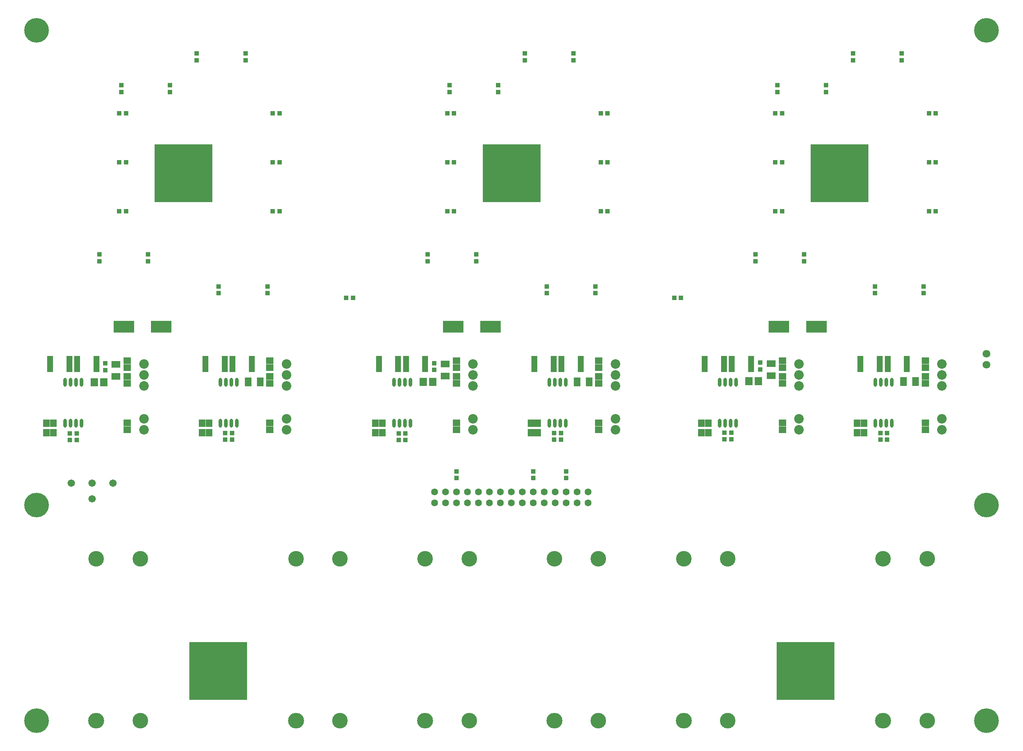
<source format=gts>
G04*
G04 #@! TF.GenerationSoftware,Altium Limited,Altium Designer,18.1.11 (251)*
G04*
G04 Layer_Color=8388736*
%FSLAX25Y25*%
%MOIN*%
G70*
G01*
G75*
%ADD26O,0.03162X0.08083*%
%ADD27R,0.04343X0.04147*%
%ADD28R,0.18910X0.11036*%
%ADD29R,0.05918X0.06509*%
%ADD30R,0.06509X0.05918*%
%ADD31R,0.05918X0.07887*%
%ADD32R,0.05328X0.14973*%
%ADD33R,0.07099X0.07493*%
%ADD34R,0.07887X0.05918*%
%ADD35R,0.04147X0.04343*%
%ADD36C,0.06312*%
%ADD37C,0.14186*%
%ADD38O,0.14580X0.14186*%
%ADD39C,0.07099*%
%ADD40C,0.08674*%
%ADD41R,0.12611X0.12611*%
%ADD42C,0.22453*%
%ADD43C,0.06706*%
D26*
X784669Y291283D02*
D03*
X789669D02*
D03*
X794669D02*
D03*
X799669D02*
D03*
X784669Y328488D02*
D03*
X789669D02*
D03*
X794669D02*
D03*
X799669D02*
D03*
X642641Y291283D02*
D03*
X647641D02*
D03*
X652641D02*
D03*
X657641D02*
D03*
X642641Y328488D02*
D03*
X647641D02*
D03*
X652641D02*
D03*
X657641D02*
D03*
X487186Y291283D02*
D03*
X492186D02*
D03*
X497186D02*
D03*
X502186D02*
D03*
X487186Y328488D02*
D03*
X492186D02*
D03*
X497186D02*
D03*
X502186D02*
D03*
X345453Y291283D02*
D03*
X350453D02*
D03*
X355453D02*
D03*
X360453D02*
D03*
X345453Y328488D02*
D03*
X350453D02*
D03*
X355453D02*
D03*
X360453D02*
D03*
X187284Y291283D02*
D03*
X192283D02*
D03*
X197283D02*
D03*
X202284D02*
D03*
X187284Y328488D02*
D03*
X192283D02*
D03*
X197283D02*
D03*
X202284D02*
D03*
X45493Y291283D02*
D03*
X50493D02*
D03*
X55493D02*
D03*
X60493D02*
D03*
X45493Y328488D02*
D03*
X50493D02*
D03*
X55493D02*
D03*
X60493D02*
D03*
D27*
X502638Y247146D02*
D03*
Y241043D02*
D03*
X472638Y247146D02*
D03*
Y241043D02*
D03*
X402638Y247146D02*
D03*
Y241043D02*
D03*
X795259Y282256D02*
D03*
Y276154D02*
D03*
X789078Y282256D02*
D03*
Y276154D02*
D03*
X679435Y340273D02*
D03*
Y346376D02*
D03*
X653232Y282523D02*
D03*
Y276421D02*
D03*
X647051Y282523D02*
D03*
Y276421D02*
D03*
X497776Y282256D02*
D03*
Y276154D02*
D03*
X491595Y282256D02*
D03*
Y276154D02*
D03*
X382304Y339683D02*
D03*
Y345785D02*
D03*
X356044Y281933D02*
D03*
Y275831D02*
D03*
X349863Y281933D02*
D03*
Y275831D02*
D03*
X197874Y282256D02*
D03*
Y276154D02*
D03*
X191693Y282256D02*
D03*
Y276154D02*
D03*
X56083Y281835D02*
D03*
Y275732D02*
D03*
X49902Y281835D02*
D03*
Y275732D02*
D03*
X82185Y339584D02*
D03*
Y345687D02*
D03*
X828543Y409830D02*
D03*
Y415933D02*
D03*
X784154Y409830D02*
D03*
Y415933D02*
D03*
X719737Y438918D02*
D03*
Y445020D02*
D03*
X675315Y438918D02*
D03*
Y445020D02*
D03*
X695315Y599351D02*
D03*
Y593248D02*
D03*
X739737Y599351D02*
D03*
Y593248D02*
D03*
X808563Y628359D02*
D03*
Y622256D02*
D03*
X764173Y628359D02*
D03*
Y622256D02*
D03*
X529331Y409830D02*
D03*
Y415933D02*
D03*
X484941Y409830D02*
D03*
Y415933D02*
D03*
X420524Y438918D02*
D03*
Y445020D02*
D03*
X376102Y438918D02*
D03*
Y445020D02*
D03*
X509350Y628359D02*
D03*
Y622256D02*
D03*
X464961Y628359D02*
D03*
Y622256D02*
D03*
X440524Y599351D02*
D03*
Y593248D02*
D03*
X396102Y599351D02*
D03*
Y593248D02*
D03*
X230118Y415933D02*
D03*
Y409830D02*
D03*
X185728Y415933D02*
D03*
Y409830D02*
D03*
X121273Y445020D02*
D03*
Y438918D02*
D03*
X76850Y445020D02*
D03*
Y438918D02*
D03*
X96850Y593248D02*
D03*
Y599351D02*
D03*
X141273Y593248D02*
D03*
Y599351D02*
D03*
X210138Y622256D02*
D03*
Y628359D02*
D03*
X165650Y622256D02*
D03*
Y628359D02*
D03*
D28*
X133287Y379095D02*
D03*
X99232D02*
D03*
X433504D02*
D03*
X399449D02*
D03*
X730775D02*
D03*
X696720D02*
D03*
D29*
X767917Y282622D02*
D03*
X774216D02*
D03*
X767917Y291283D02*
D03*
X774216D02*
D03*
X625889Y282622D02*
D03*
X632189D02*
D03*
X625889Y291283D02*
D03*
X632189D02*
D03*
X470434Y282622D02*
D03*
X476733D02*
D03*
X470434Y291283D02*
D03*
X476733D02*
D03*
X328701Y282622D02*
D03*
X335001D02*
D03*
X328701Y291283D02*
D03*
X335001D02*
D03*
X170531Y282622D02*
D03*
X176831D02*
D03*
X170531Y291283D02*
D03*
X176831D02*
D03*
X28741Y282622D02*
D03*
X35040D02*
D03*
X28741Y291283D02*
D03*
X35040D02*
D03*
D30*
X830102Y291386D02*
D03*
Y285086D02*
D03*
Y327575D02*
D03*
Y333874D02*
D03*
Y341972D02*
D03*
Y348271D02*
D03*
X699748Y341972D02*
D03*
Y348271D02*
D03*
Y327575D02*
D03*
Y333874D02*
D03*
Y291386D02*
D03*
Y285086D02*
D03*
X532206Y291386D02*
D03*
Y285086D02*
D03*
Y327575D02*
D03*
Y333874D02*
D03*
Y341972D02*
D03*
Y348271D02*
D03*
X402519Y327575D02*
D03*
Y333874D02*
D03*
Y341972D02*
D03*
Y348271D02*
D03*
Y291386D02*
D03*
Y285086D02*
D03*
X232363Y327575D02*
D03*
Y333874D02*
D03*
Y341972D02*
D03*
Y348271D02*
D03*
Y291386D02*
D03*
Y285086D02*
D03*
X102303Y291386D02*
D03*
Y285086D02*
D03*
Y327575D02*
D03*
Y333874D02*
D03*
Y341972D02*
D03*
Y348271D02*
D03*
D31*
X810137Y329007D02*
D03*
X821161D02*
D03*
X512598Y328909D02*
D03*
X523622D02*
D03*
X212697Y328909D02*
D03*
X223720D02*
D03*
D32*
X813271Y344998D02*
D03*
X795751D02*
D03*
X788586D02*
D03*
X771066D02*
D03*
X671244D02*
D03*
X653724D02*
D03*
X646559D02*
D03*
X629039D02*
D03*
X515788D02*
D03*
X498268D02*
D03*
X491103D02*
D03*
X473583D02*
D03*
X374056D02*
D03*
X356536D02*
D03*
X349371D02*
D03*
X331851D02*
D03*
X215886D02*
D03*
X198366D02*
D03*
X191201D02*
D03*
X173681D02*
D03*
X49410D02*
D03*
X31890D02*
D03*
X74095D02*
D03*
X56575D02*
D03*
D33*
X669396Y329319D02*
D03*
X678057D02*
D03*
X372265Y328728D02*
D03*
X380926D02*
D03*
X72146Y328488D02*
D03*
X80807D02*
D03*
D34*
X689513Y345592D02*
D03*
Y334568D02*
D03*
X392284Y345057D02*
D03*
Y334034D02*
D03*
X92067Y344801D02*
D03*
Y333777D02*
D03*
D35*
X693405Y484488D02*
D03*
X699508D02*
D03*
X693405Y529134D02*
D03*
X699508D02*
D03*
X693405Y573780D02*
D03*
X699508D02*
D03*
X394193Y484488D02*
D03*
X400295D02*
D03*
X394193Y529134D02*
D03*
X400295D02*
D03*
X394193Y573780D02*
D03*
X400295D02*
D03*
X101083Y484488D02*
D03*
X94980D02*
D03*
X101083Y529134D02*
D03*
X94980D02*
D03*
X101083Y573780D02*
D03*
X94980D02*
D03*
X601279Y405512D02*
D03*
X607382D02*
D03*
X241154Y484449D02*
D03*
X235051D02*
D03*
X241154Y529134D02*
D03*
X235051D02*
D03*
X241154Y573819D02*
D03*
X235051D02*
D03*
X534303D02*
D03*
X540406D02*
D03*
X534303Y529134D02*
D03*
X540406D02*
D03*
X534303Y484449D02*
D03*
X540406D02*
D03*
X833516Y573819D02*
D03*
X839618D02*
D03*
X833516Y529134D02*
D03*
X839618D02*
D03*
X833516Y484449D02*
D03*
X839618D02*
D03*
X308169Y405512D02*
D03*
X302067D02*
D03*
D36*
X522638Y218347D02*
D03*
Y228346D02*
D03*
X392638Y218347D02*
D03*
Y228346D02*
D03*
X412638Y218347D02*
D03*
Y228346D02*
D03*
X382638Y218347D02*
D03*
X402638D02*
D03*
X422638D02*
D03*
X432638D02*
D03*
X442638D02*
D03*
X452638D02*
D03*
X462638D02*
D03*
X472638D02*
D03*
X482638D02*
D03*
X492638D02*
D03*
X502638D02*
D03*
X512638D02*
D03*
X522638D02*
D03*
X382638Y228346D02*
D03*
X402638D02*
D03*
X422638D02*
D03*
X432638D02*
D03*
X442638D02*
D03*
X452638D02*
D03*
X462638D02*
D03*
X472638D02*
D03*
X482638D02*
D03*
X492638D02*
D03*
X502638D02*
D03*
X512638D02*
D03*
X522638D02*
D03*
D37*
X114173Y19685D02*
D03*
Y167323D02*
D03*
X74016D02*
D03*
X256201D02*
D03*
X296358D02*
D03*
Y19685D02*
D03*
X374048Y167323D02*
D03*
X414206D02*
D03*
Y19685D02*
D03*
X491896Y167323D02*
D03*
X532054D02*
D03*
Y19685D02*
D03*
X609744Y167323D02*
D03*
X649902D02*
D03*
Y19685D02*
D03*
X791634Y167323D02*
D03*
X831791D02*
D03*
Y19685D02*
D03*
D38*
X74016D02*
D03*
X256201D02*
D03*
X374048D02*
D03*
X491896D02*
D03*
X609744D02*
D03*
X791634D02*
D03*
D39*
X885827Y344331D02*
D03*
Y354331D02*
D03*
D40*
X845299Y285086D02*
D03*
Y295086D02*
D03*
Y325086D02*
D03*
Y335086D02*
D03*
Y345086D02*
D03*
X714948Y285086D02*
D03*
Y295086D02*
D03*
Y325086D02*
D03*
Y335086D02*
D03*
Y345086D02*
D03*
X547422Y285086D02*
D03*
Y295086D02*
D03*
Y325086D02*
D03*
Y335086D02*
D03*
Y345086D02*
D03*
X417677Y285086D02*
D03*
Y295086D02*
D03*
Y325086D02*
D03*
Y335086D02*
D03*
Y345086D02*
D03*
X247520Y285086D02*
D03*
Y295086D02*
D03*
Y325086D02*
D03*
Y335086D02*
D03*
Y345086D02*
D03*
X117461Y285086D02*
D03*
Y295086D02*
D03*
Y325086D02*
D03*
Y335086D02*
D03*
Y345086D02*
D03*
D41*
X740787Y55276D02*
D03*
X730787D02*
D03*
X720787D02*
D03*
X710787D02*
D03*
X700787D02*
D03*
X740787Y65276D02*
D03*
X730787D02*
D03*
X720787D02*
D03*
X710787D02*
D03*
X700787D02*
D03*
X740787Y75276D02*
D03*
X730787D02*
D03*
X720787D02*
D03*
X710787D02*
D03*
X700787D02*
D03*
X740787Y85276D02*
D03*
X730787D02*
D03*
X720787D02*
D03*
X710787D02*
D03*
X700787D02*
D03*
Y45276D02*
D03*
X710787D02*
D03*
X720787D02*
D03*
X730787D02*
D03*
X740787D02*
D03*
D03*
X730787D02*
D03*
X720787D02*
D03*
X710787D02*
D03*
X700787D02*
D03*
X165354D02*
D03*
X175354D02*
D03*
X185354D02*
D03*
X195354D02*
D03*
X205354D02*
D03*
D03*
X195354D02*
D03*
X185354D02*
D03*
X175354D02*
D03*
X165354D02*
D03*
Y85276D02*
D03*
X175354D02*
D03*
X185354D02*
D03*
X195354D02*
D03*
X205354D02*
D03*
X165354Y75276D02*
D03*
X175354D02*
D03*
X185354D02*
D03*
X195354D02*
D03*
X205354D02*
D03*
X165354Y65276D02*
D03*
X175354D02*
D03*
X185354D02*
D03*
X195354D02*
D03*
X205354D02*
D03*
X165354Y55276D02*
D03*
X175354D02*
D03*
X185354D02*
D03*
X195354D02*
D03*
X205354D02*
D03*
X771969Y509134D02*
D03*
X761969D02*
D03*
X751968D02*
D03*
X741968D02*
D03*
X731968D02*
D03*
X771969Y519134D02*
D03*
X761969D02*
D03*
X751968D02*
D03*
X741968D02*
D03*
X731968D02*
D03*
X771969Y529134D02*
D03*
X761969D02*
D03*
X751968D02*
D03*
X741968D02*
D03*
X731968D02*
D03*
X771969Y539134D02*
D03*
X761969D02*
D03*
X751968D02*
D03*
X741968D02*
D03*
X731968D02*
D03*
Y499134D02*
D03*
X741968D02*
D03*
X751968D02*
D03*
X761969D02*
D03*
X771969D02*
D03*
D03*
X761969D02*
D03*
X751968D02*
D03*
X741968D02*
D03*
X731968D02*
D03*
X432756D02*
D03*
X442756D02*
D03*
X452756D02*
D03*
X462756D02*
D03*
X472756D02*
D03*
D03*
X462756D02*
D03*
X452756D02*
D03*
X442756D02*
D03*
X432756D02*
D03*
Y539134D02*
D03*
X442756D02*
D03*
X452756D02*
D03*
X462756D02*
D03*
X472756D02*
D03*
X432756Y529134D02*
D03*
X442756D02*
D03*
X452756D02*
D03*
X462756D02*
D03*
X472756D02*
D03*
X432756Y519134D02*
D03*
X442756D02*
D03*
X452756D02*
D03*
X462756D02*
D03*
X472756D02*
D03*
X432756Y509134D02*
D03*
X442756D02*
D03*
X452756D02*
D03*
X462756D02*
D03*
X472756D02*
D03*
X173543D02*
D03*
X163543D02*
D03*
X153543D02*
D03*
X143543D02*
D03*
X133543D02*
D03*
X173543Y519134D02*
D03*
X163543D02*
D03*
X153543D02*
D03*
X143543D02*
D03*
X133543D02*
D03*
X173543Y529134D02*
D03*
X163543D02*
D03*
X153543D02*
D03*
X143543D02*
D03*
X133543D02*
D03*
X173543Y539134D02*
D03*
X163543D02*
D03*
X153543D02*
D03*
X143543D02*
D03*
X133543D02*
D03*
Y499134D02*
D03*
X143543D02*
D03*
X153543D02*
D03*
X163543D02*
D03*
X173543D02*
D03*
D03*
X163543D02*
D03*
X153543D02*
D03*
X143543D02*
D03*
X133543D02*
D03*
D42*
X885827Y649606D02*
D03*
Y216535D02*
D03*
Y19685D02*
D03*
X19685Y649606D02*
D03*
Y216535D02*
D03*
Y19685D02*
D03*
D43*
X70177Y222244D02*
D03*
X51279Y236417D02*
D03*
X70177D02*
D03*
X89075D02*
D03*
M02*

</source>
